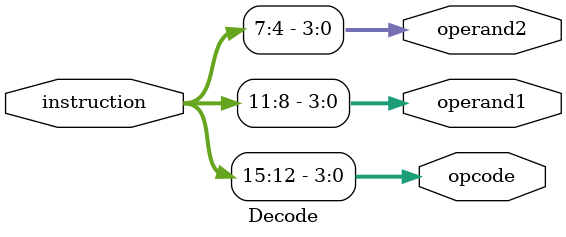
<source format=v>
module Decode (
    input wire [15:0] instruction,
    output reg [3:0] opcode,
    output reg [3:0] operand1,
    output reg [3:0] operand2
);

always @(*) begin
    opcode = instruction[15:12];
    operand1 = instruction[11:8];
    operand2 = instruction[7:4];
end

endmodule
</source>
